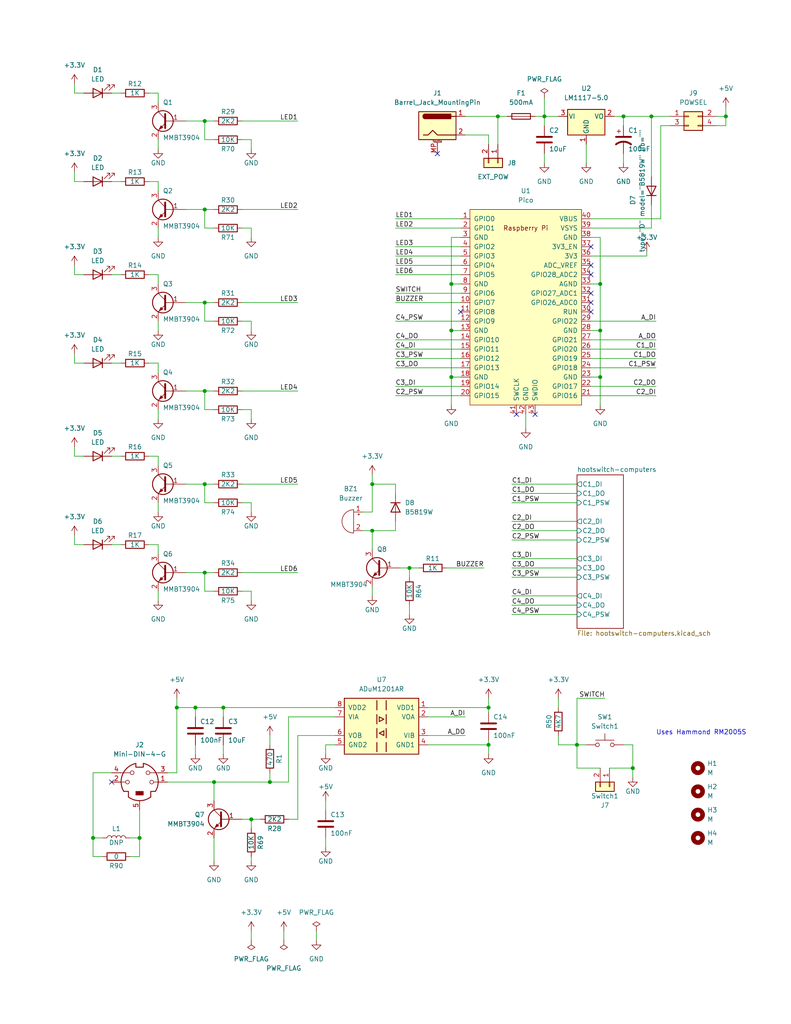
<source format=kicad_sch>
(kicad_sch (version 20211123) (generator eeschema)
  (paper "USLetter" portrait)
  (title_block (title "hootswitch"))
  (lib_symbols
    (symbol "Connector:Barrel_Jack_MountingPin" (pin_names hide)
      (property "Reference" "J" (at 0 5.334 0))
      (property "Value" "Barrel_Jack_MountingPin" (at 1.27 -6.35 0))
      (symbol "Barrel_Jack_MountingPin_1_1"
        (text "Mounting" (at 0 -4.191 0) (effects (font (size 0.381 0.381))))
        (pin passive line (at 7.62 2.54 180) (length 2.54) (name "~") (number "1"))
        (pin passive line (at 7.62 -2.54 180) (length 2.54) (name "~") (number "2"))
        (pin passive line (at 0 -7.62 90) (length 3.048) (name "MountPin") (number "MP"))
      )
    )
    (symbol "Connector_Generic:Conn_01x02" (pin_names (offset 1.016) hide)
      (property "Reference" "J" (at 0 2.54 0))
      (property "Value" "Conn_01x02" (at 0 -5.08 0))
      (symbol "Conn_01x02_1_1"
        (pin passive line (at -5.08 0 0) (length 3.81) (name "Pin_1") (number "1"))
        (pin passive line (at -5.08 -2.54 0) (length 3.81) (name "Pin_2") (number "2"))
      )
    )
    (symbol "Connector_Generic:Conn_02x02_Odd_Even" (pin_names (offset 1.016) hide)
      (property "Reference" "J" (at 1.27 2.54 0))
      (property "Value" "Conn_02x02_Odd_Even" (at 1.27 -5.08 0))
      (symbol "Conn_02x02_Odd_Even_1_1"
        (pin passive line (at -5.08 0 0) (length 3.81) (name "Pin_1") (number "1"))
        (pin passive line (at 7.62 0 180) (length 3.81) (name "Pin_2") (number "2"))
        (pin passive line (at -5.08 -2.54 0) (length 3.81) (name "Pin_3") (number "3"))
        (pin passive line (at 7.62 -2.54 180) (length 3.81) (name "Pin_4") (number "4"))
      )
    )
    (symbol "Device:Buzzer" (pin_names (offset 0.0254) hide)
      (property "Reference" "BZ" (at 3.81 1.27 0))
      (property "Value" "Buzzer" (at 3.81 -1.27 0))
      (symbol "Buzzer_1_1"
        (pin passive line (at -2.54 2.54 0) (length 2.54) (name "-") (number "1"))
        (pin passive line (at -2.54 -2.54 0) (length 2.54) (name "+") (number "2"))
      )
    )
    (symbol "Device:C" (pin_numbers hide) (pin_names (offset 0.254))
      (property "Reference" "C" (at 0.635 2.54 0))
      (property "Value" "C" (at 0.635 -2.54 0))
      (symbol "C_1_1"
        (pin passive line (at 0 3.81 270) (length 2.794) (name "~") (number "1"))
        (pin passive line (at 0 -3.81 90) (length 2.794) (name "~") (number "2"))
      )
    )
    (symbol "Device:C_Polarized_US" (pin_numbers hide) (pin_names (offset 0.254) hide)
      (property "Reference" "C" (at 0.635 2.54 0))
      (property "Value" "C_Polarized_US" (at 0.635 -2.54 0))
      (symbol "C_Polarized_US_1_1"
        (pin passive line (at 0 3.81 270) (length 2.794) (name "~") (number "1"))
        (pin passive line (at 0 -3.81 90) (length 3.302) (name "~") (number "2"))
      )
    )
    (symbol "Device:D" (pin_numbers hide) (pin_names (offset 1.016) hide)
      (property "Reference" "D" (at 0 2.54 0))
      (property "Value" "D" (at 0 -2.54 0))
      (symbol "D_1_1"
        (pin passive line (at -3.81 0 0) (length 2.54) (name "K") (number "1"))
        (pin passive line (at 3.81 0 180) (length 2.54) (name "A") (number "2"))
      )
    )
    (symbol "Device:Fuse" (pin_numbers hide) (pin_names (offset 0))
      (property "Reference" "F" (at 2.032 0 90))
      (property "Value" "Fuse" (at -1.905 0 90))
      (symbol "Fuse_1_1"
        (pin passive line (at 0 3.81 270) (length 1.27) (name "~") (number "1"))
        (pin passive line (at 0 -3.81 90) (length 1.27) (name "~") (number "2"))
      )
    )
    (symbol "Device:L" (pin_numbers hide) (pin_names (offset 1.016) hide)
      (property "Reference" "L" (at -1.27 0 90))
      (property "Value" "L" (at 1.905 0 90))
      (symbol "L_1_1"
        (pin passive line (at 0 3.81 270) (length 1.27) (name "1") (number "1"))
        (pin passive line (at 0 -3.81 90) (length 1.27) (name "2") (number "2"))
      )
    )
    (symbol "Device:LED" (pin_numbers hide) (pin_names (offset 1.016) hide)
      (property "Reference" "D" (at 0 2.54 0))
      (property "Value" "LED" (at 0 -2.54 0))
      (symbol "LED_1_1"
        (pin passive line (at -3.81 0 0) (length 2.54) (name "K") (number "1"))
        (pin passive line (at 3.81 0 180) (length 2.54) (name "A") (number "2"))
      )
    )
    (symbol "Device:R" (pin_numbers hide) (pin_names (offset 0))
      (property "Reference" "R" (at 2.032 0 90))
      (property "Value" "R" (at 0 0 90))
      (symbol "R_1_1"
        (pin passive line (at 0 3.81 270) (length 1.27) (name "~") (number "1"))
        (pin passive line (at 0 -3.81 90) (length 1.27) (name "~") (number "2"))
      )
    )
    (symbol "Isolator:ADuM1201AR" (pin_names (offset 1.016))
      (property "Reference" "U" (at -10.16 8.89 0))
      (property "Value" "ADuM1201AR" (at -2.032 8.89 0))
      (symbol "ADuM1201AR_1_1"
        (pin power_in line (at -12.7 5.08 0) (length 2.54) (name "VDD1") (number "1"))
        (pin output line (at -12.7 2.54 0) (length 2.54) (name "VOA") (number "2"))
        (pin input line (at -12.7 -2.54 0) (length 2.54) (name "VIB") (number "3"))
        (pin power_in line (at -12.7 -5.08 0) (length 2.54) (name "GND1") (number "4"))
        (pin power_in line (at 12.7 -5.08 180) (length 2.54) (name "GND2") (number "5"))
        (pin output line (at 12.7 -2.54 180) (length 2.54) (name "VOB") (number "6"))
        (pin input line (at 12.7 2.54 180) (length 2.54) (name "VIA") (number "7"))
        (pin power_in line (at 12.7 5.08 180) (length 2.54) (name "VDD2") (number "8"))
      )
    )
    (symbol "MCU_RaspberryPi_and_Boards:Pico" (pin_names (offset 1.016))
      (property "Reference" "U" (at -13.97 27.94 0))
      (property "Value" "Pico" (at 0 19.05 0))
      (symbol "Pico_0_0"
        (text "Raspberry Pi" (at 0 21.59 0) (effects (font (size 1.27 1.27))))
      )
      (symbol "Pico_1_1"
        (pin bidirectional line (at -17.78 24.13 0) (length 2.54) (name "GPIO0") (number "1"))
        (pin bidirectional line (at -17.78 1.27 0) (length 2.54) (name "GPIO7") (number "10"))
        (pin bidirectional line (at -17.78 -1.27 0) (length 2.54) (name "GPIO8") (number "11"))
        (pin bidirectional line (at -17.78 -3.81 0) (length 2.54) (name "GPIO9") (number "12"))
        (pin power_in line (at -17.78 -6.35 0) (length 2.54) (name "GND") (number "13"))
        (pin bidirectional line (at -17.78 -8.89 0) (length 2.54) (name "GPIO10") (number "14"))
        (pin bidirectional line (at -17.78 -11.43 0) (length 2.54) (name "GPIO11") (number "15"))
        (pin bidirectional line (at -17.78 -13.97 0) (length 2.54) (name "GPIO12") (number "16"))
        (pin bidirectional line (at -17.78 -16.51 0) (length 2.54) (name "GPIO13") (number "17"))
        (pin power_in line (at -17.78 -19.05 0) (length 2.54) (name "GND") (number "18"))
        (pin bidirectional line (at -17.78 -21.59 0) (length 2.54) (name "GPIO14") (number "19"))
        (pin bidirectional line (at -17.78 21.59 0) (length 2.54) (name "GPIO1") (number "2"))
        (pin bidirectional line (at -17.78 -24.13 0) (length 2.54) (name "GPIO15") (number "20"))
        (pin bidirectional line (at 17.78 -24.13 180) (length 2.54) (name "GPIO16") (number "21"))
        (pin bidirectional line (at 17.78 -21.59 180) (length 2.54) (name "GPIO17") (number "22"))
        (pin power_in line (at 17.78 -19.05 180) (length 2.54) (name "GND") (number "23"))
        (pin bidirectional line (at 17.78 -16.51 180) (length 2.54) (name "GPIO18") (number "24"))
        (pin bidirectional line (at 17.78 -13.97 180) (length 2.54) (name "GPIO19") (number "25"))
        (pin bidirectional line (at 17.78 -11.43 180) (length 2.54) (name "GPIO20") (number "26"))
        (pin bidirectional line (at 17.78 -8.89 180) (length 2.54) (name "GPIO21") (number "27"))
        (pin power_in line (at 17.78 -6.35 180) (length 2.54) (name "GND") (number "28"))
        (pin bidirectional line (at 17.78 -3.81 180) (length 2.54) (name "GPIO22") (number "29"))
        (pin power_in line (at -17.78 19.05 0) (length 2.54) (name "GND") (number "3"))
        (pin input line (at 17.78 -1.27 180) (length 2.54) (name "RUN") (number "30"))
        (pin bidirectional line (at 17.78 1.27 180) (length 2.54) (name "GPIO26_ADC0") (number "31"))
        (pin bidirectional line (at 17.78 3.81 180) (length 2.54) (name "GPIO27_ADC1") (number "32"))
        (pin power_in line (at 17.78 6.35 180) (length 2.54) (name "AGND") (number "33"))
        (pin bidirectional line (at 17.78 8.89 180) (length 2.54) (name "GPIO28_ADC2") (number "34"))
        (pin unspecified line (at 17.78 11.43 180) (length 2.54) (name "ADC_VREF") (number "35"))
        (pin unspecified line (at 17.78 13.97 180) (length 2.54) (name "3V3") (number "36"))
        (pin input line (at 17.78 16.51 180) (length 2.54) (name "3V3_EN") (number "37"))
        (pin bidirectional line (at 17.78 19.05 180) (length 2.54) (name "GND") (number "38"))
        (pin unspecified line (at 17.78 21.59 180) (length 2.54) (name "VSYS") (number "39"))
        (pin bidirectional line (at -17.78 16.51 0) (length 2.54) (name "GPIO2") (number "4"))
        (pin unspecified line (at 17.78 24.13 180) (length 2.54) (name "VBUS") (number "40"))
        (pin input line (at -2.54 -29.21 90) (length 2.54) (name "SWCLK") (number "41"))
        (pin power_in line (at 0 -29.21 90) (length 2.54) (name "GND") (number "42"))
        (pin bidirectional line (at 2.54 -29.21 90) (length 2.54) (name "SWDIO") (number "43"))
        (pin bidirectional line (at -17.78 13.97 0) (length 2.54) (name "GPIO3") (number "5"))
        (pin bidirectional line (at -17.78 11.43 0) (length 2.54) (name "GPIO4") (number "6"))
        (pin bidirectional line (at -17.78 8.89 0) (length 2.54) (name "GPIO5") (number "7"))
        (pin power_in line (at -17.78 6.35 0) (length 2.54) (name "GND") (number "8"))
        (pin bidirectional line (at -17.78 3.81 0) (length 2.54) (name "GPIO6") (number "9"))
      )
    )
    (symbol "Mechanical:MountingHole" (pin_names (offset 1.016))
      (property "Reference" "H" (at 0 5.08 0))
      (property "Value" "MountingHole" (at 0 3.175 0))
    )
    (symbol "Regulator_Linear:LM1117-5.0" (pin_names (offset 0.254))
      (property "Reference" "U" (at -3.81 3.175 0))
      (property "Value" "LM1117-5.0" (at 0 3.175 0))
      (symbol "LM1117-5.0_1_1"
        (pin power_in line (at 0 -7.62 90) (length 2.54) (name "GND") (number "1"))
        (pin power_out line (at 7.62 0 180) (length 2.54) (name "VO") (number "2"))
        (pin power_in line (at -7.62 0 0) (length 2.54) (name "VI") (number "3"))
      )
    )
    (symbol "Switch:SW_Push" (pin_numbers hide) (pin_names (offset 1.016) hide)
      (property "Reference" "SW" (at 1.27 2.54 0))
      (property "Value" "SW_Push" (at 0 -1.524 0))
      (symbol "SW_Push_0_1"
        (pin passive line (at -5.08 0 0) (length 2.54) (name "1") (number "1"))
        (pin passive line (at 5.08 0 180) (length 2.54) (name "2") (number "2"))
      )
    )
    (symbol "Transistor_BJT:MMBT3904" (pin_names (offset 0) hide)
      (property "Reference" "Q" (at 5.08 1.905 0))
      (property "Value" "MMBT3904" (at 5.08 0 0))
      (symbol "MMBT3904_1_1"
        (pin input line (at -5.08 0 0) (length 5.715) (name "B") (number "1"))
        (pin passive line (at 2.54 -5.08 90) (length 2.54) (name "E") (number "2"))
        (pin passive line (at 2.54 5.08 270) (length 2.54) (name "C") (number "3"))
      )
    )
    (symbol "hootswitch:Mini-DIN-4-G" (pin_names (offset 1.016))
      (property "Reference" "J" (at 0 8.89 0))
      (property "Value" "Mini-DIN-4-G" (at 0 6.35 0))
      (symbol "Mini-DIN-4-G_1_1"
        (pin passive line (at 7.62 0 180) (length 2.54) (name "~") (number "1"))
        (pin passive line (at -7.62 0 0) (length 2.54) (name "~") (number "2"))
        (pin passive line (at 7.62 2.54 180) (length 2.54) (name "~") (number "3"))
        (pin passive line (at -7.62 2.54 0) (length 2.54) (name "~") (number "4"))
        (pin passive line (at 0 -7.62 90) (length 2.54) (name "~") (number "5"))
      )
    )
    (symbol "power:+3.3V" (power) (pin_names (offset 0))
      (property "Value" "+3.3V" (at 0 3.556 0))
      (symbol "+3.3V_1_1"
        (pin power_in line (at 0 0 90) (length 0) hide (name "+3.3V") (number "1"))
      )
    )
    (symbol "power:+5V" (power) (pin_names (offset 0))
      (property "Value" "+5V" (at 0 3.556 0))
      (symbol "+5V_1_1"
        (pin power_in line (at 0 0 90) (length 0) hide (name "+5V") (number "1"))
      )
    )
    (symbol "power:GND" (power) (pin_names (offset 0))
      (property "Value" "GND" (at 0 -3.81 0))
      (symbol "GND_1_1"
        (pin power_in line (at 0 0 270) (length 0) hide (name "GND") (number "1"))
      )
    )
    (symbol "power:PWR_FLAG" (power) (pin_numbers hide) (pin_names (offset 0) hide)
      (property "Value" "PWR_FLAG" (at 0 3.81 0))
      (symbol "PWR_FLAG_0_0"
        (pin power_out line (at 0 0 90) (length 0) (name "pwr") (number "1"))
      )
    )
  )
  (junction (at 123.19 77.47))
  (junction (at 123.19 102.87))
  (junction (at 68.58 223.52))
  (junction (at 133.35 203.2))
  (junction (at 198.12 31.75))
  (junction (at 163.83 102.87))
  (junction (at 55.88 82.55))
  (junction (at 55.88 156.21))
  (junction (at 157.48 203.2))
  (junction (at 123.19 90.17))
  (junction (at 55.88 57.15))
  (junction (at 25.4 228.6))
  (junction (at 133.35 193.04))
  (junction (at 60.96 193.04))
  (junction (at 48.26 193.04))
  (junction (at 177.8 31.75))
  (junction (at 55.88 33.02))
  (junction (at 55.88 106.68))
  (junction (at 170.18 31.75))
  (junction (at 73.66 213.36))
  (junction (at 135.89 31.75))
  (junction (at 58.42 213.36))
  (junction (at 101.6 132.08))
  (junction (at 172.72 209.55))
  (junction (at 53.34 193.04))
  (junction (at 101.6 144.78))
  (junction (at 163.83 77.47))
  (junction (at 38.1 228.6))
  (junction (at 148.59 31.75))
  (junction (at 163.83 90.17))
  (junction (at 55.88 132.08))
  (junction (at 111.76 154.94))
  (no_connect (at 125.73 85.09))
  (no_connect (at 161.29 82.55))
  (no_connect (at 161.29 74.93))
  (no_connect (at 161.29 85.09))
  (no_connect (at 161.29 67.31))
  (no_connect (at 140.97 113.03))
  (no_connect (at 119.38 41.91))
  (no_connect (at 161.29 80.01))
  (no_connect (at 161.29 72.39))
  (no_connect (at 30.48 213.36))
  (no_connect (at 146.05 113.03))
  (wire (pts (xy 179.07 105.41) (xy 161.29 105.41)))
  (wire (pts (xy 161.29 87.63) (xy 179.07 87.63)))
  (wire (pts (xy 101.6 144.78) (xy 101.6 149.86)))
  (wire (pts (xy 123.19 64.77) (xy 123.19 77.47)))
  (wire (pts (xy 180.34 59.69) (xy 180.34 34.29)))
  (wire (pts (xy 66.04 87.63) (xy 68.58 87.63)))
  (wire (pts (xy 135.89 31.75) (xy 138.43 31.75)))
  (wire (pts (xy 91.44 203.2) (xy 88.9 203.2)))
  (wire (pts (xy 198.12 31.75) (xy 198.12 29.21)))
  (wire (pts (xy 139.7 142.24) (xy 157.48 142.24)))
  (wire (pts (xy 167.64 31.75) (xy 170.18 31.75)))
  (wire (pts (xy 40.64 99.06) (xy 43.18 99.06)))
  (wire (pts (xy 148.59 31.75) (xy 148.59 34.29)))
  (wire (pts (xy 30.48 148.59) (xy 33.02 148.59)))
  (wire (pts (xy 68.58 38.1) (xy 68.58 40.64)))
  (wire (pts (xy 48.26 190.5) (xy 48.26 193.04)))
  (wire (pts (xy 40.64 148.59) (xy 43.18 148.59)))
  (wire (pts (xy 180.34 34.29) (xy 182.88 34.29)))
  (wire (pts (xy 40.64 25.4) (xy 43.18 25.4)))
  (wire (pts (xy 55.88 57.15) (xy 55.88 62.23)))
  (wire (pts (xy 50.8 132.08) (xy 55.88 132.08)))
  (wire (pts (xy 135.89 39.37) (xy 135.89 31.75)))
  (wire (pts (xy 55.88 87.63) (xy 58.42 87.63)))
  (wire (pts (xy 73.66 213.36) (xy 78.74 213.36)))
  (wire (pts (xy 139.7 157.48) (xy 157.48 157.48)))
  (wire (pts (xy 133.35 203.2) (xy 133.35 205.74)))
  (wire (pts (xy 50.8 156.21) (xy 55.88 156.21)))
  (wire (pts (xy 43.18 111.76) (xy 43.18 114.3)))
  (wire (pts (xy 43.18 49.53) (xy 43.18 52.07)))
  (wire (pts (xy 172.72 209.55) (xy 172.72 212.09)))
  (wire (pts (xy 88.9 228.6) (xy 88.9 231.14)))
  (wire (pts (xy 55.88 156.21) (xy 55.88 161.29)))
  (wire (pts (xy 68.58 161.29) (xy 68.58 163.83)))
  (wire (pts (xy 148.59 26.67) (xy 148.59 31.75)))
  (wire (pts (xy 43.18 87.63) (xy 43.18 90.17)))
  (wire (pts (xy 172.72 203.2) (xy 172.72 209.55)))
  (wire (pts (xy 166.37 209.55) (xy 172.72 209.55)))
  (wire (pts (xy 20.32 72.39) (xy 20.32 74.93)))
  (wire (pts (xy 152.4 190.5) (xy 152.4 193.04)))
  (wire (pts (xy 68.58 111.76) (xy 68.58 114.3)))
  (wire (pts (xy 20.32 124.46) (xy 22.86 124.46)))
  (wire (pts (xy 53.34 195.58) (xy 53.34 193.04)))
  (wire (pts (xy 43.18 137.16) (xy 43.18 139.7)))
  (wire (pts (xy 43.18 74.93) (xy 43.18 77.47)))
  (wire (pts (xy 161.29 64.77) (xy 163.83 64.77)))
  (wire (pts (xy 53.34 193.04) (xy 48.26 193.04)))
  (wire (pts (xy 161.29 92.71) (xy 179.07 92.71)))
  (wire (pts (xy 195.58 34.29) (xy 198.12 34.29)))
  (wire (pts (xy 116.84 203.2) (xy 133.35 203.2)))
  (wire (pts (xy 123.19 90.17) (xy 123.19 102.87)))
  (wire (pts (xy 107.95 132.08) (xy 107.95 134.62)))
  (wire (pts (xy 139.7 154.94) (xy 157.48 154.94)))
  (wire (pts (xy 163.83 64.77) (xy 163.83 77.47)))
  (wire (pts (xy 68.58 223.52) (xy 68.58 226.06)))
  (wire (pts (xy 107.95 107.95) (xy 125.73 107.95)))
  (wire (pts (xy 81.28 200.66) (xy 91.44 200.66)))
  (wire (pts (xy 139.7 144.78) (xy 157.48 144.78)))
  (wire (pts (xy 60.96 193.04) (xy 91.44 193.04)))
  (wire (pts (xy 38.1 220.98) (xy 38.1 228.6)))
  (wire (pts (xy 177.8 62.23) (xy 177.8 55.88)))
  (wire (pts (xy 38.1 228.6) (xy 38.1 233.68)))
  (wire (pts (xy 27.94 233.68) (xy 25.4 233.68)))
  (wire (pts (xy 161.29 77.47) (xy 163.83 77.47)))
  (wire (pts (xy 125.73 64.77) (xy 123.19 64.77)))
  (wire (pts (xy 20.32 49.53) (xy 22.86 49.53)))
  (wire (pts (xy 170.18 203.2) (xy 172.72 203.2)))
  (wire (pts (xy 107.95 62.23) (xy 125.73 62.23)))
  (wire (pts (xy 107.95 80.01) (xy 125.73 80.01)))
  (wire (pts (xy 66.04 156.21) (xy 81.28 156.21)))
  (wire (pts (xy 53.34 193.04) (xy 60.96 193.04)))
  (wire (pts (xy 55.88 38.1) (xy 58.42 38.1)))
  (wire (pts (xy 143.51 113.03) (xy 143.51 116.84)))
  (wire (pts (xy 127 31.75) (xy 135.89 31.75)))
  (wire (pts (xy 107.95 87.63) (xy 125.73 87.63)))
  (wire (pts (xy 30.48 124.46) (xy 33.02 124.46)))
  (wire (pts (xy 121.92 154.94) (xy 132.08 154.94)))
  (wire (pts (xy 86.36 254) (xy 86.36 256.54)))
  (wire (pts (xy 107.95 144.78) (xy 107.95 142.24)))
  (wire (pts (xy 55.88 132.08) (xy 58.42 132.08)))
  (wire (pts (xy 40.64 124.46) (xy 43.18 124.46)))
  (wire (pts (xy 20.32 96.52) (xy 20.32 99.06)))
  (wire (pts (xy 101.6 132.08) (xy 107.95 132.08)))
  (wire (pts (xy 48.26 193.04) (xy 48.26 210.82)))
  (wire (pts (xy 55.88 156.21) (xy 58.42 156.21)))
  (wire (pts (xy 161.29 102.87) (xy 163.83 102.87)))
  (wire (pts (xy 20.32 74.93) (xy 22.86 74.93)))
  (wire (pts (xy 68.58 62.23) (xy 68.58 64.77)))
  (wire (pts (xy 66.04 62.23) (xy 68.58 62.23)))
  (wire (pts (xy 157.48 190.5) (xy 157.48 203.2)))
  (wire (pts (xy 161.29 69.85) (xy 176.53 69.85)))
  (wire (pts (xy 146.05 31.75) (xy 148.59 31.75)))
  (wire (pts (xy 139.7 132.08) (xy 157.48 132.08)))
  (wire (pts (xy 40.64 74.93) (xy 43.18 74.93)))
  (wire (pts (xy 55.88 33.02) (xy 55.88 38.1)))
  (wire (pts (xy 163.83 102.87) (xy 163.83 110.49)))
  (wire (pts (xy 107.95 59.69) (xy 125.73 59.69)))
  (wire (pts (xy 99.06 144.78) (xy 101.6 144.78)))
  (wire (pts (xy 66.04 33.02) (xy 81.28 33.02)))
  (wire (pts (xy 107.95 92.71) (xy 125.73 92.71)))
  (wire (pts (xy 170.18 31.75) (xy 177.8 31.75)))
  (wire (pts (xy 161.29 59.69) (xy 180.34 59.69)))
  (wire (pts (xy 88.9 218.44) (xy 88.9 220.98)))
  (wire (pts (xy 68.58 87.63) (xy 68.58 90.17)))
  (wire (pts (xy 111.76 165.1) (xy 111.76 167.64)))
  (wire (pts (xy 25.4 233.68) (xy 25.4 228.6)))
  (wire (pts (xy 20.32 146.05) (xy 20.32 148.59)))
  (wire (pts (xy 88.9 203.2) (xy 88.9 205.74)))
  (wire (pts (xy 43.18 124.46) (xy 43.18 127)))
  (wire (pts (xy 50.8 33.02) (xy 55.88 33.02)))
  (wire (pts (xy 179.07 100.33) (xy 161.29 100.33)))
  (wire (pts (xy 157.48 209.55) (xy 157.48 203.2)))
  (wire (pts (xy 66.04 106.68) (xy 81.28 106.68)))
  (wire (pts (xy 30.48 99.06) (xy 33.02 99.06)))
  (wire (pts (xy 139.7 134.62) (xy 157.48 134.62)))
  (wire (pts (xy 50.8 82.55) (xy 55.88 82.55)))
  (wire (pts (xy 123.19 90.17) (xy 125.73 90.17)))
  (wire (pts (xy 101.6 139.7) (xy 101.6 132.08)))
  (wire (pts (xy 55.88 111.76) (xy 58.42 111.76)))
  (wire (pts (xy 55.88 132.08) (xy 55.88 137.16)))
  (wire (pts (xy 78.74 195.58) (xy 78.74 213.36)))
  (wire (pts (xy 45.72 213.36) (xy 58.42 213.36)))
  (wire (pts (xy 40.64 49.53) (xy 43.18 49.53)))
  (wire (pts (xy 139.7 167.64) (xy 157.48 167.64)))
  (wire (pts (xy 45.72 210.82) (xy 48.26 210.82)))
  (wire (pts (xy 78.74 195.58) (xy 91.44 195.58)))
  (wire (pts (xy 66.04 111.76) (xy 68.58 111.76)))
  (wire (pts (xy 30.48 49.53) (xy 33.02 49.53)))
  (wire (pts (xy 55.88 82.55) (xy 55.88 87.63)))
  (wire (pts (xy 20.32 99.06) (xy 22.86 99.06)))
  (wire (pts (xy 107.95 100.33) (xy 125.73 100.33)))
  (wire (pts (xy 133.35 190.5) (xy 133.35 193.04)))
  (wire (pts (xy 43.18 62.23) (xy 43.18 64.77)))
  (wire (pts (xy 177.8 31.75) (xy 182.88 31.75)))
  (wire (pts (xy 148.59 31.75) (xy 152.4 31.75)))
  (wire (pts (xy 58.42 213.36) (xy 73.66 213.36)))
  (wire (pts (xy 161.29 90.17) (xy 163.83 90.17)))
  (wire (pts (xy 58.42 228.6) (xy 58.42 234.95)))
  (wire (pts (xy 107.95 74.93) (xy 125.73 74.93)))
  (wire (pts (xy 133.35 201.93) (xy 133.35 203.2)))
  (wire (pts (xy 107.95 97.79) (xy 125.73 97.79)))
  (wire (pts (xy 68.58 137.16) (xy 68.58 139.7)))
  (wire (pts (xy 177.8 31.75) (xy 177.8 48.26)))
  (wire (pts (xy 25.4 210.82) (xy 25.4 228.6)))
  (wire (pts (xy 139.7 137.16) (xy 157.48 137.16)))
  (wire (pts (xy 68.58 233.68) (xy 68.58 234.95)))
  (wire (pts (xy 30.48 74.93) (xy 33.02 74.93)))
  (wire (pts (xy 60.96 193.04) (xy 60.96 195.58)))
  (wire (pts (xy 198.12 34.29) (xy 198.12 31.75)))
  (wire (pts (xy 157.48 203.2) (xy 160.02 203.2)))
  (wire (pts (xy 66.04 223.52) (xy 68.58 223.52)))
  (wire (pts (xy 78.74 223.52) (xy 81.28 223.52)))
  (wire (pts (xy 139.7 152.4) (xy 157.48 152.4)))
  (wire (pts (xy 66.04 137.16) (xy 68.58 137.16)))
  (wire (pts (xy 55.88 57.15) (xy 58.42 57.15)))
  (wire (pts (xy 20.32 46.99) (xy 20.32 49.53)))
  (wire (pts (xy 66.04 132.08) (xy 81.28 132.08)))
  (wire (pts (xy 107.95 67.31) (xy 125.73 67.31)))
  (wire (pts (xy 66.04 82.55) (xy 81.28 82.55)))
  (wire (pts (xy 160.02 39.37) (xy 160.02 44.45)))
  (wire (pts (xy 163.83 209.55) (xy 157.48 209.55)))
  (wire (pts (xy 161.29 62.23) (xy 177.8 62.23)))
  (wire (pts (xy 20.32 121.92) (xy 20.32 124.46)))
  (wire (pts (xy 107.95 105.41) (xy 125.73 105.41)))
  (wire (pts (xy 43.18 38.1) (xy 43.18 40.64)))
  (wire (pts (xy 116.84 193.04) (xy 133.35 193.04)))
  (wire (pts (xy 111.76 154.94) (xy 111.76 157.48)))
  (wire (pts (xy 170.18 31.75) (xy 170.18 34.29)))
  (wire (pts (xy 163.83 77.47) (xy 163.83 90.17)))
  (wire (pts (xy 123.19 77.47) (xy 123.19 90.17)))
  (wire (pts (xy 152.4 203.2) (xy 157.48 203.2)))
  (wire (pts (xy 20.32 22.86) (xy 20.32 25.4)))
  (wire (pts (xy 123.19 102.87) (xy 123.19 110.49)))
  (wire (pts (xy 20.32 25.4) (xy 22.86 25.4)))
  (wire (pts (xy 139.7 147.32) (xy 157.48 147.32)))
  (wire (pts (xy 116.84 200.66) (xy 127 200.66)))
  (wire (pts (xy 77.47 254) (xy 77.47 256.54)))
  (wire (pts (xy 53.34 203.2) (xy 53.34 205.74)))
  (wire (pts (xy 123.19 77.47) (xy 125.73 77.47)))
  (wire (pts (xy 55.88 33.02) (xy 58.42 33.02)))
  (wire (pts (xy 133.35 193.04) (xy 133.35 194.31)))
  (wire (pts (xy 116.84 195.58) (xy 127 195.58)))
  (wire (pts (xy 139.7 165.1) (xy 157.48 165.1)))
  (wire (pts (xy 101.6 144.78) (xy 107.95 144.78)))
  (wire (pts (xy 139.7 162.56) (xy 157.48 162.56)))
  (wire (pts (xy 107.95 69.85) (xy 125.73 69.85)))
  (wire (pts (xy 111.76 154.94) (xy 114.3 154.94)))
  (wire (pts (xy 176.53 69.85) (xy 176.53 68.58)))
  (wire (pts (xy 179.07 97.79) (xy 161.29 97.79)))
  (wire (pts (xy 148.59 41.91) (xy 148.59 44.45)))
  (wire (pts (xy 152.4 200.66) (xy 152.4 203.2)))
  (wire (pts (xy 101.6 160.02) (xy 101.6 162.56)))
  (wire (pts (xy 60.96 203.2) (xy 60.96 205.74)))
  (wire (pts (xy 73.66 200.66) (xy 73.66 203.2)))
  (wire (pts (xy 81.28 223.52) (xy 81.28 200.66)))
  (wire (pts (xy 55.88 161.29) (xy 58.42 161.29)))
  (wire (pts (xy 55.88 82.55) (xy 58.42 82.55)))
  (wire (pts (xy 43.18 99.06) (xy 43.18 101.6)))
  (wire (pts (xy 179.07 95.25) (xy 161.29 95.25)))
  (wire (pts (xy 107.95 82.55) (xy 125.73 82.55)))
  (wire (pts (xy 107.95 72.39) (xy 125.73 72.39)))
  (wire (pts (xy 68.58 254) (xy 68.58 256.54)))
  (wire (pts (xy 179.07 107.95) (xy 161.29 107.95)))
  (wire (pts (xy 25.4 210.82) (xy 30.48 210.82)))
  (wire (pts (xy 133.35 36.83) (xy 133.35 39.37)))
  (wire (pts (xy 163.83 90.17) (xy 163.83 102.87)))
  (wire (pts (xy 55.88 106.68) (xy 55.88 111.76)))
  (wire (pts (xy 73.66 210.82) (xy 73.66 213.36)))
  (wire (pts (xy 66.04 161.29) (xy 68.58 161.29)))
  (wire (pts (xy 50.8 57.15) (xy 55.88 57.15)))
  (wire (pts (xy 58.42 218.44) (xy 58.42 213.36)))
  (wire (pts (xy 43.18 161.29) (xy 43.18 163.83)))
  (wire (pts (xy 20.32 148.59) (xy 22.86 148.59)))
  (wire (pts (xy 107.95 95.25) (xy 125.73 95.25)))
  (wire (pts (xy 170.18 41.91) (xy 170.18 44.45)))
  (wire (pts (xy 101.6 129.54) (xy 101.6 132.08)))
  (wire (pts (xy 68.58 223.52) (xy 71.12 223.52)))
  (wire (pts (xy 99.06 139.7) (xy 101.6 139.7)))
  (wire (pts (xy 55.88 137.16) (xy 58.42 137.16)))
  (wire (pts (xy 38.1 233.68) (xy 35.56 233.68)))
  (wire (pts (xy 55.88 106.68) (xy 58.42 106.68)))
  (wire (pts (xy 66.04 57.15) (xy 81.28 57.15)))
  (wire (pts (xy 55.88 62.23) (xy 58.42 62.23)))
  (wire (pts (xy 127 36.83) (xy 133.35 36.83)))
  (wire (pts (xy 66.04 38.1) (xy 68.58 38.1)))
  (wire (pts (xy 123.19 102.87) (xy 125.73 102.87)))
  (wire (pts (xy 157.48 190.5) (xy 165.1 190.5)))
  (wire (pts (xy 50.8 106.68) (xy 55.88 106.68)))
  (wire (pts (xy 43.18 25.4) (xy 43.18 27.94)))
  (wire (pts (xy 30.48 25.4) (xy 33.02 25.4)))
  (wire (pts (xy 25.4 228.6) (xy 27.94 228.6)))
  (wire (pts (xy 38.1 228.6) (xy 35.56 228.6)))
  (wire (pts (xy 43.18 148.59) (xy 43.18 151.13)))
  (wire (pts (xy 109.22 154.94) (xy 111.76 154.94)))
  (wire (pts (xy 195.58 31.75) (xy 198.12 31.75)))
  (text "Uses Hammond RM2005S" (at 179.07 200.66 0) (effects (font (size 1.27 1.27)) (justify left bottom)))
  (label "C3_DO" (at 107.95 100.33 0))
  (label "A_DO" (at 179.07 92.71 180))
  (label "C3_PSW" (at 139.7 157.48 0))
  (label "C1_DI" (at 179.07 95.25 180))
  (label "C2_PSW" (at 107.95 107.95 0))
  (label "C3_DI" (at 139.7 152.4 0))
  (label "LED2" (at 107.95 62.23 0))
  (label "LED3" (at 107.95 67.31 0))
  (label "LED4" (at 81.28 106.68 180))
  (label "A_DO" (at 127 200.66 180))
  (label "LED5" (at 107.95 72.39 0))
  (label "C1_DO" (at 139.7 134.62 0))
  (label "C4_PSW" (at 107.95 87.63 0))
  (label "LED1" (at 81.28 33.02 180))
  (label "BUZZER" (at 107.95 82.55 0))
  (label "C2_DI" (at 179.07 107.95 180))
  (label "C1_PSW" (at 139.7 137.16 0))
  (label "BUZZER" (at 132.08 154.94 180))
  (label "C2_PSW" (at 139.7 147.32 0))
  (label "C3_DI" (at 107.95 105.41 0))
  (label "C4_DI" (at 107.95 95.25 0))
  (label "C1_DO" (at 179.07 97.79 180))
  (label "C4_DO" (at 139.7 165.1 0))
  (label "C4_PSW" (at 139.7 167.64 0))
  (label "C4_DI" (at 139.7 162.56 0))
  (label "C3_DO" (at 139.7 154.94 0))
  (label "LED3" (at 81.28 82.55 180))
  (label "LED4" (at 107.95 69.85 0))
  (label "SWITCH" (at 107.95 80.01 0))
  (label "C1_DI" (at 139.7 132.08 0))
  (label "A_DI" (at 127 195.58 180))
  (label "C4_DO" (at 107.95 92.71 0))
  (label "C2_DO" (at 139.7 144.78 0))
  (label "SWITCH" (at 165.1 190.5 180))
  (label "LED1" (at 107.95 59.69 0))
  (label "C3_PSW" (at 107.95 97.79 0))
  (label "A_DI" (at 179.07 87.63 180))
  (label "LED6" (at 81.28 156.21 180))
  (label "LED6" (at 107.95 74.93 0))
  (label "C2_DO" (at 179.07 105.41 180))
  (label "C2_DI" (at 139.7 142.24 0))
  (label "C1_PSW" (at 179.07 100.33 180))
  (label "LED5" (at 81.28 132.08 180))
  (label "LED2" (at 81.28 57.15 180))
  (symbol (lib_id "Device:R") (at 36.83 148.59 90) (unit 1)
    (property "Reference" "R17" (at 36.83 146.05 90))
    (property "Value" "1K" (at 36.83 148.59 90))
    (property "Footprint" "Resistor_SMD:R_0603_1608Metric" (effects hide))
  )
  (symbol (lib_id "Device:D") (at 177.8 52.07 90) (unit 1)
    (property "Reference" "D7" (at 172.72 54.61 0))
    (property "Value" "B5819W" (at 175.26 52.07 0))
    (property "Footprint" "Diode_SMD:D_SOD-123" (effects hide))
    (property "Spice_Netlist_Enabled" "Y" (effects hide))
    (property "Spice_Primitive" "D" (effects hide))
  )
  (symbol (lib_id "power:+3.3V") (at 20.32 96.52 0) (unit 1)
    (property "Reference" "#PWR0105" (effects hide))
    (property "Value" "+3.3V" (at 20.32 91.44 0))
  )
  (symbol (lib_id "Device:LED") (at 26.67 99.06 180) (unit 1)
    (property "Reference" "D4" (at 26.67 92.71 0))
    (property "Value" "LED" (at 26.67 95.25 0))
    (property "Footprint" "LED_SMD:LED_0805_2012Metric" (effects hide))
  )
  (symbol (lib_id "power:GND") (at 58.42 234.95 0) (unit 1)
    (property "Reference" "#PWR0120" (effects hide))
    (property "Value" "GND" (at 58.42 240.03 0))
  )
  (symbol (lib_id "Connector_Generic:Conn_02x02_Odd_Even") (at 187.96 31.75 0) (unit 1)
    (property "Reference" "J9" (at 189.23 25.4 0))
    (property "Value" "POWSEL" (at 189.23 27.94 0))
    (property "Footprint" "Connector_PinHeader_2.54mm:PinHeader_2x02_P2.54mm_Vertical" (effects hide))
  )
  (symbol (lib_id "power:+5V") (at 77.47 254 0) (unit 1)
    (property "Reference" "#PWR0122" (effects hide))
    (property "Value" "+5V" (at 77.47 248.92 0))
  )
  (symbol (lib_id "power:GND") (at 68.58 139.7 0) (unit 1)
    (property "Reference" "#PWR0114" (effects hide))
    (property "Value" "GND" (at 68.58 143.51 0))
  )
  (symbol (lib_id "Device:C") (at 133.35 198.12 0) (unit 1)
    (property "Reference" "C14" (at 134.62 195.58 0) (effects (justify left)))
    (property "Value" "100nF" (at 134.62 200.66 0) (effects (justify left)))
    (property "Footprint" "Capacitor_SMD:C_0603_1608Metric" (effects hide))
  )
  (symbol (lib_id "power:GND") (at 143.51 116.84 0) (unit 1)
    (property "Reference" "#PWR0127" (effects hide))
    (property "Value" "GND" (at 143.51 121.92 0))
  )
  (symbol (lib_id "power:GND") (at 68.58 90.17 0) (unit 1)
    (property "Reference" "#PWR0106" (effects hide))
    (property "Value" "GND" (at 68.58 93.98 0))
  )
  (symbol (lib_id "power:GND") (at 148.59 44.45 0) (unit 1)
    (property "Reference" "#PWR0124" (effects hide))
    (property "Value" "GND" (at 148.59 49.53 0))
  )
  (symbol (lib_id "power:+3.3V") (at 20.32 121.92 0) (unit 1)
    (property "Reference" "#PWR0111" (effects hide))
    (property "Value" "+3.3V" (at 20.32 116.84 0))
  )
  (symbol (lib_id "power:GND") (at 68.58 163.83 0) (unit 1)
    (property "Reference" "#PWR0115" (effects hide))
    (property "Value" "GND" (at 68.58 168.91 0))
  )
  (symbol (lib_id "Device:LED") (at 26.67 25.4 180) (unit 1)
    (property "Reference" "D1" (at 26.67 19.05 0))
    (property "Value" "LED" (at 26.67 21.59 0))
    (property "Footprint" "LED_SMD:LED_0805_2012Metric" (effects hide))
  )
  (symbol (lib_id "Device:R") (at 62.23 57.15 90) (unit 1)
    (property "Reference" "R30" (at 62.23 54.61 90))
    (property "Value" "2K2" (at 62.23 57.15 90))
    (property "Footprint" "Resistor_SMD:R_0603_1608Metric" (effects hide))
  )
  (symbol (lib_id "Switch:SW_Push") (at 165.1 203.2 0) (unit 1)
    (property "Reference" "SW1" (at 165.1 195.58 0))
    (property "Value" "Switch1" (at 165.1 198.12 0))
    (property "Footprint" "Button_Switch_THT:SW_SPST_Omron_B3F-315x_Angled" (effects hide))
  )
  (symbol (lib_id "power:GND") (at 43.18 163.83 0) (unit 1)
    (property "Reference" "#PWR0116" (effects hide))
    (property "Value" "GND" (at 43.18 168.91 0))
  )
  (symbol (lib_id "power:GND") (at 163.83 110.49 0) (unit 1)
    (property "Reference" "#PWR0126" (effects hide))
    (property "Value" "GND" (at 163.83 115.57 0))
  )
  (symbol (lib_id "Device:R") (at 111.76 161.29 0) (unit 1)
    (property "Reference" "R64" (at 114.3 161.29 90))
    (property "Value" "10K" (at 111.76 161.29 90))
    (property "Footprint" "Resistor_SMD:R_0603_1608Metric" (effects hide))
  )
  (symbol (lib_id "power:GND") (at 68.58 114.3 0) (unit 1)
    (property "Reference" "#PWR0118" (effects hide))
    (property "Value" "GND" (at 68.58 119.38 0))
  )
  (symbol (lib_id "MCU_RaspberryPi_and_Boards:Pico") (at 143.51 83.82 0) (unit 1)
    (property "Reference" "U1" (at 143.51 52.07 0))
    (property "Value" "Pico" (at 143.51 54.61 0))
    (property "Footprint" "MCU_RaspberryPi_and_Boards:RPi_Pico_SMD_TH" (effects hide))
  )
  (symbol (lib_id "Device:D") (at 107.95 138.43 270) (unit 1)
    (property "Reference" "D8" (at 110.49 137.1599 90) (effects (justify left)))
    (property "Value" "B5819W" (at 110.49 139.6999 90) (effects (justify left)))
    (property "Footprint" "Diode_SMD:D_SOD-123" (effects hide))
  )
  (symbol (lib_id "Device:C") (at 53.34 199.39 0) (unit 1)
    (property "Reference" "C12" (at 54.61 196.85 0) (effects (justify left)))
    (property "Value" "100nF" (at 54.61 201.93 0) (effects (justify left)))
    (property "Footprint" "Capacitor_SMD:C_0603_1608Metric" (effects hide))
  )
  (symbol (lib_id "Connector_Generic:Conn_01x02") (at 166.37 214.63 270) (unit 1)
    (property "Reference" "J7" (at 165.1 219.71 90))
    (property "Value" "Switch1" (at 165.1 217.17 90))
    (property "Footprint" "Connector_PinHeader_2.54mm:PinHeader_1x02_P2.54mm_Vertical" (effects hide))
  )
  (symbol (lib_id "Mechanical:MountingHole") (at 190.5 222.25 0) (unit 1)
    (property "Reference" "H3" (at 193.04 220.9799 0) (effects (justify left)))
    (property "Value" "M" (at 193.04 223.5199 0) (effects (justify left)))
    (property "Footprint" "MountingHole:MountingHole_2.7mm_M2.5" (effects hide))
  )
  (symbol (lib_id "power:+5V") (at 48.26 190.5 0) (unit 1)
    (property "Reference" "#PWR0123" (effects hide))
    (property "Value" "+5V" (at 48.26 185.42 0))
  )
  (symbol (lib_id "Device:C") (at 88.9 224.79 0) (unit 1)
    (property "Reference" "C13" (at 90.17 222.25 0) (effects (justify left)))
    (property "Value" "100nF" (at 90.17 227.33 0) (effects (justify left)))
    (property "Footprint" "Capacitor_SMD:C_0603_1608Metric" (effects hide))
  )
  (symbol (lib_id "power:GND") (at 88.9 231.14 0) (unit 1)
    (property "Reference" "#PWR0153" (effects hide))
    (property "Value" "GND" (at 88.9 234.95 0))
  )
  (symbol (lib_id "Device:LED") (at 26.67 148.59 180) (unit 1)
    (property "Reference" "D6" (at 26.67 142.24 0))
    (property "Value" "LED" (at 26.67 144.78 0))
    (property "Footprint" "LED_SMD:LED_0805_2012Metric" (effects hide))
  )
  (symbol (lib_id "Device:C") (at 148.59 38.1 0) (unit 1)
    (property "Reference" "C2" (at 149.86 35.56 0) (effects (justify left)))
    (property "Value" "10uF" (at 149.86 40.64 0) (effects (justify left)))
    (property "Footprint" "Capacitor_SMD:C_0805_2012Metric" (effects hide))
  )
  (symbol (lib_id "Device:R") (at 36.83 99.06 90) (unit 1)
    (property "Reference" "R15" (at 36.83 96.52 90))
    (property "Value" "1K" (at 36.83 99.06 90))
    (property "Footprint" "Resistor_SMD:R_0603_1608Metric" (effects hide))
  )
  (symbol (lib_id "power:+3.3V") (at 20.32 22.86 0) (unit 1)
    (property "Reference" "#PWR0102" (effects hide))
    (property "Value" "+3.3V" (at 20.32 17.78 0))
  )
  (symbol (lib_id "Device:R") (at 36.83 124.46 90) (unit 1)
    (property "Reference" "R16" (at 36.83 121.92 90))
    (property "Value" "1K" (at 36.83 124.46 90))
    (property "Footprint" "Resistor_SMD:R_0603_1608Metric" (effects hide))
  )
  (symbol (lib_id "Device:R") (at 62.23 161.29 270) (unit 1)
    (property "Reference" "R75" (at 62.23 163.83 90))
    (property "Value" "10K" (at 62.23 161.29 90))
    (property "Footprint" "Resistor_SMD:R_0603_1608Metric" (effects hide))
  )
  (symbol (lib_id "power:+3.3V") (at 152.4 190.5 0) (unit 1)
    (property "Reference" "#PWR0132" (effects hide))
    (property "Value" "+3.3V" (at 152.4 185.42 0))
  )
  (symbol (lib_id "hootswitch:Mini-DIN-4-G") (at 38.1 213.36 0) (unit 1)
    (property "Reference" "J2" (at 38.1177 203.2 0))
    (property "Value" "Mini-DIN-4-G" (at 38.1177 205.74 0))
    (property "Footprint" "hootswitch:5749181-1" (effects hide))
    (property "Datasheet" "http://service.powerdynamics.com/ec/Catalog17/Section%2011.pdf" (effects hide))
  )
  (symbol (lib_id "Device:R") (at 62.23 33.02 90) (unit 1)
    (property "Reference" "R29" (at 62.23 30.48 90))
    (property "Value" "2K2" (at 62.23 33.02 90))
    (property "Footprint" "Resistor_SMD:R_0603_1608Metric" (effects hide))
  )
  (symbol (lib_id "power:GND") (at 68.58 234.95 0) (unit 1)
    (property "Reference" "#PWR0121" (effects hide))
    (property "Value" "GND" (at 68.58 240.03 0))
  )
  (symbol (lib_id "Device:R") (at 152.4 196.85 180) (unit 1)
    (property "Reference" "R50" (at 149.86 196.85 90))
    (property "Value" "4K7" (at 152.4 196.85 90))
    (property "Footprint" "Resistor_SMD:R_0603_1608Metric" (effects hide))
  )
  (symbol (lib_id "power:GND") (at 68.58 40.64 0) (unit 1)
    (property "Reference" "#PWR0113" (effects hide))
    (property "Value" "GND" (at 68.58 44.45 0))
  )
  (symbol (lib_id "Device:R") (at 36.83 74.93 90) (unit 1)
    (property "Reference" "R14" (at 36.83 72.39 90))
    (property "Value" "1K" (at 36.83 74.93 90))
    (property "Footprint" "Resistor_SMD:R_0603_1608Metric" (effects hide))
  )
  (symbol (lib_id "Device:Buzzer") (at 96.52 142.24 0) (mirror y) (unit 1)
    (property "Reference" "BZ1" (at 95.758 133.35 0))
    (property "Value" "Buzzer" (at 95.758 135.89 0))
    (property "Footprint" "Buzzer_Beeper:Buzzer_12x9.5RM7.6" (effects hide))
  )
  (symbol (lib_id "power:GND") (at 111.76 167.64 0) (unit 1)
    (property "Reference" "#PWR0160" (effects hide))
    (property "Value" "GND" (at 111.76 171.45 0))
  )
  (symbol (lib_id "power:+5V") (at 88.9 218.44 0) (unit 1)
    (property "Reference" "#PWR0154" (effects hide))
    (property "Value" "+5V" (at 88.9 214.63 0))
  )
  (symbol (lib_id "Device:R") (at 62.23 156.21 90) (unit 1)
    (property "Reference" "R34" (at 62.23 153.67 90))
    (property "Value" "2K2" (at 62.23 156.21 90))
    (property "Footprint" "Resistor_SMD:R_0603_1608Metric" (effects hide))
  )
  (symbol (lib_id "Device:R") (at 62.23 137.16 270) (unit 1)
    (property "Reference" "R74" (at 62.23 139.7 90))
    (property "Value" "10K" (at 62.23 137.16 90))
    (property "Footprint" "Resistor_SMD:R_0603_1608Metric" (effects hide))
  )
  (symbol (lib_id "Device:R") (at 118.11 154.94 90) (unit 1)
    (property "Reference" "R11" (at 118.11 152.4 90))
    (property "Value" "1K" (at 118.11 154.94 90))
    (property "Footprint" "Resistor_SMD:R_0603_1608Metric" (effects hide))
  )
  (symbol (lib_id "Device:LED") (at 26.67 124.46 180) (unit 1)
    (property "Reference" "D5" (at 26.67 118.11 0))
    (property "Value" "LED" (at 26.67 120.65 0))
    (property "Footprint" "LED_SMD:LED_0805_2012Metric" (effects hide))
  )
  (symbol (lib_id "power:GND") (at 101.6 162.56 0) (unit 1)
    (property "Reference" "#PWR0130" (effects hide))
    (property "Value" "GND" (at 101.6 166.37 0))
  )
  (symbol (lib_id "power:PWR_FLAG") (at 77.47 256.54 180) (unit 1)
    (property "Reference" "#FLG0111" (effects hide))
    (property "Value" "PWR_FLAG" (at 77.47 264.16 0))
  )
  (symbol (lib_id "power:GND") (at 86.36 256.54 0) (unit 1)
    (property "Reference" "#PWR0156" (effects hide))
    (property "Value" "GND" (at 86.36 261.62 0))
  )
  (symbol (lib_id "power:+3.3V") (at 101.6 129.54 0) (unit 1)
    (property "Reference" "#PWR0131" (effects hide))
    (property "Value" "+3.3V" (at 101.6 124.46 0))
  )
  (symbol (lib_id "Transistor_BJT:MMBT3904") (at 45.72 106.68 0) (mirror y) (unit 1)
    (property "Reference" "Q4" (at 44.45 101.6 0) (effects (justify right)))
    (property "Value" "MMBT3904" (at 44.45 110.49 0) (effects (justify right top)))
    (property "Footprint" "Package_TO_SOT_SMD:SOT-23" (effects hide))
    (property "Datasheet" "https://www.onsemi.com/pub/Collateral/2N3903-D.PDF" (effects hide))
  )
  (symbol (lib_id "power:GND") (at 133.35 205.74 0) (unit 1)
    (property "Reference" "#PWR0147" (effects hide))
    (property "Value" "GND" (at 133.35 210.82 0))
  )
  (symbol (lib_id "Device:Fuse") (at 142.24 31.75 90) (unit 1)
    (property "Reference" "F1" (at 142.24 25.4 90))
    (property "Value" "500mA" (at 142.24 27.94 90))
    (property "Footprint" "Fuse:Fuse_Littelfuse_372_D8.50mm" (effects hide))
  )
  (symbol (lib_id "power:+3.3V") (at 133.35 190.5 0) (unit 1)
    (property "Reference" "#PWR0146" (effects hide))
    (property "Value" "+3.3V" (at 133.35 185.42 0))
  )
  (symbol (lib_id "Transistor_BJT:MMBT3904") (at 45.72 156.21 0) (mirror y) (unit 1)
    (property "Reference" "Q6" (at 44.45 151.13 0) (effects (justify right)))
    (property "Value" "MMBT3904" (at 44.45 160.02 0) (effects (justify right top)))
    (property "Footprint" "Package_TO_SOT_SMD:SOT-23" (effects hide))
    (property "Datasheet" "https://www.onsemi.com/pub/Collateral/2N3903-D.PDF" (effects hide))
  )
  (symbol (lib_id "power:GND") (at 43.18 40.64 0) (unit 1)
    (property "Reference" "#PWR0112" (effects hide))
    (property "Value" "GND" (at 43.18 44.45 0))
  )
  (symbol (lib_id "Device:C") (at 60.96 199.39 0) (unit 1)
    (property "Reference" "C3" (at 62.23 196.85 0) (effects (justify left)))
    (property "Value" "10uF" (at 62.23 201.93 0) (effects (justify left)))
    (property "Footprint" "Capacitor_SMD:C_0805_2012Metric" (effects hide))
  )
  (symbol (lib_id "Transistor_BJT:MMBT3904") (at 45.72 33.02 0) (mirror y) (unit 1)
    (property "Reference" "Q1" (at 44.45 27.94 0) (effects (justify right)))
    (property "Value" "MMBT3904" (at 44.45 36.83 0) (effects (justify right top)))
    (property "Footprint" "Package_TO_SOT_SMD:SOT-23" (effects hide))
    (property "Datasheet" "https://www.onsemi.com/pub/Collateral/2N3903-D.PDF" (effects hide))
  )
  (symbol (lib_id "power:GND") (at 53.34 205.74 0) (unit 1)
    (property "Reference" "#PWR01" (effects hide))
    (property "Value" "GND" (at 53.34 209.55 0))
  )
  (symbol (lib_id "power:GND") (at 68.58 64.77 0) (unit 1)
    (property "Reference" "#PWR0109" (effects hide))
    (property "Value" "GND" (at 68.58 69.85 0))
  )
  (symbol (lib_id "power:GND") (at 43.18 139.7 0) (unit 1)
    (property "Reference" "#PWR0117" (effects hide))
    (property "Value" "GND" (at 43.18 143.51 0))
  )
  (symbol (lib_id "power:PWR_FLAG") (at 68.58 256.54 180) (unit 1)
    (property "Reference" "#FLG0101" (effects hide))
    (property "Value" "PWR_FLAG" (at 68.58 261.62 0))
  )
  (symbol (lib_id "power:+3.3V") (at 176.53 68.58 0) (unit 1)
    (property "Reference" "#PWR0125" (effects hide))
    (property "Value" "+3.3V" (at 176.53 64.77 0))
  )
  (symbol (lib_id "Device:R") (at 31.75 233.68 90) (unit 1)
    (property "Reference" "R90" (at 31.75 236.22 90))
    (property "Value" "0" (at 31.75 233.68 90))
    (property "Footprint" "Resistor_SMD:R_0603_1608Metric" (effects hide))
  )
  (symbol (lib_id "Device:R") (at 74.93 223.52 270) (unit 1)
    (property "Reference" "R28" (at 74.93 226.06 90))
    (property "Value" "2K2" (at 74.93 223.52 90))
    (property "Footprint" "Resistor_SMD:R_0603_1608Metric" (effects hide))
  )
  (symbol (lib_id "Device:R") (at 36.83 25.4 90) (unit 1)
    (property "Reference" "R12" (at 36.83 22.86 90))
    (property "Value" "1K" (at 36.83 25.4 90))
    (property "Footprint" "Resistor_SMD:R_0603_1608Metric" (effects hide))
  )
  (symbol (lib_id "power:+3.3V") (at 20.32 46.99 0) (unit 1)
    (property "Reference" "#PWR0104" (effects hide))
    (property "Value" "+3.3V" (at 20.32 41.91 0))
  )
  (symbol (lib_id "Device:LED") (at 26.67 49.53 180) (unit 1)
    (property "Reference" "D2" (at 26.67 43.18 0))
    (property "Value" "LED" (at 26.67 45.72 0))
    (property "Footprint" "LED_SMD:LED_0805_2012Metric" (effects hide))
  )
  (symbol (lib_id "power:GND") (at 43.18 64.77 0) (unit 1)
    (property "Reference" "#PWR0108" (effects hide))
    (property "Value" "GND" (at 43.18 69.85 0))
  )
  (symbol (lib_id "Device:C_Polarized_US") (at 170.18 38.1 0) (unit 1)
    (property "Reference" "C1" (at 171.45 35.56 0) (effects (justify left)))
    (property "Value" "100uF" (at 171.45 40.64 0) (effects (justify left)))
    (property "Footprint" "Capacitor_THT:CP_Radial_D6.3mm_P2.50mm" (effects hide))
  )
  (symbol (lib_id "power:GND") (at 43.18 90.17 0) (unit 1)
    (property "Reference" "#PWR0107" (effects hide))
    (property "Value" "GND" (at 43.18 93.98 0))
  )
  (symbol (lib_id "Device:R") (at 62.23 62.23 270) (unit 1)
    (property "Reference" "R71" (at 62.23 64.77 90))
    (property "Value" "10K" (at 62.23 62.23 90))
    (property "Footprint" "Resistor_SMD:R_0603_1608Metric" (effects hide))
  )
  (symbol (lib_id "Transistor_BJT:MMBT3904") (at 104.14 154.94 0) (mirror y) (unit 1)
    (property "Reference" "Q8" (at 102.87 149.86 0) (effects (justify right)))
    (property "Value" "MMBT3904" (at 100.33 158.75 0) (effects (justify left top)))
    (property "Footprint" "Package_TO_SOT_SMD:SOT-23" (effects hide))
    (property "Datasheet" "https://www.onsemi.com/pub/Collateral/2N3903-D.PDF" (effects hide))
  )
  (symbol (lib_id "power:+3.3V") (at 68.58 254 0) (unit 1)
    (property "Reference" "#PWR0155" (effects hide))
    (property "Value" "+3.3V" (at 68.58 248.92 0))
  )
  (symbol (lib_id "power:PWR_FLAG") (at 148.59 26.67 0) (unit 1)
    (property "Reference" "#FLG0102" (effects hide))
    (property "Value" "PWR_FLAG" (at 148.59 21.59 0))
  )
  (symbol (lib_id "Device:R") (at 62.23 87.63 270) (unit 1)
    (property "Reference" "R72" (at 62.23 90.17 90))
    (property "Value" "10K" (at 62.23 87.63 90))
    (property "Footprint" "Resistor_SMD:R_0603_1608Metric" (effects hide))
  )
  (symbol (lib_id "Device:L") (at 31.75 228.6 90) (unit 1)
    (property "Reference" "L1" (at 31.75 226.06 90))
    (property "Value" "DNP" (at 31.75 229.87 90))
    (property "Footprint" "Inductor_SMD:L_0603_1608Metric" (effects hide))
  )
  (symbol (lib_id "Device:R") (at 73.66 207.01 0) (unit 1)
    (property "Reference" "R1" (at 76.2 207.01 90))
    (property "Value" "470" (at 73.66 207.01 90))
    (property "Footprint" "Resistor_SMD:R_0603_1608Metric" (effects hide))
  )
  (symbol (lib_id "Isolator:ADuM1201AR") (at 104.14 198.12 0) (mirror y) (unit 1)
    (property "Reference" "U7" (at 104.14 185.42 0))
    (property "Value" "ADuM1201AR" (at 104.14 187.96 0))
    (property "Footprint" "Package_SO:SOIC-8_3.9x4.9mm_P1.27mm" (effects hide))
    (property "Datasheet" "https://www.analog.com/media/en/technical-documentation/data-sheets/ADuM1200_1201.pdf" (effects hide))
  )
  (symbol (lib_id "Device:R") (at 62.23 38.1 270) (unit 1)
    (property "Reference" "R70" (at 62.23 40.64 90))
    (property "Value" "10K" (at 62.23 38.1 90))
    (property "Footprint" "Resistor_SMD:R_0603_1608Metric" (effects hide))
  )
  (symbol (lib_id "power:GND") (at 88.9 205.74 0) (unit 1)
    (property "Reference" "#PWR0149" (effects hide))
    (property "Value" "GND" (at 88.9 209.55 0))
  )
  (symbol (lib_id "Device:R") (at 62.23 106.68 90) (unit 1)
    (property "Reference" "R32" (at 62.23 104.14 90))
    (property "Value" "2K2" (at 62.23 106.68 90))
    (property "Footprint" "Resistor_SMD:R_0603_1608Metric" (effects hide))
  )
  (symbol (lib_id "Connector_Generic:Conn_01x02") (at 135.89 44.45 270) (unit 1)
    (property "Reference" "J8" (at 139.7 44.45 90))
    (property "Value" "EXT_POW" (at 134.62 48.26 90))
    (property "Footprint" "Connector_PinHeader_2.54mm:PinHeader_1x02_P2.54mm_Vertical" (effects hide))
  )
  (symbol (lib_id "Device:LED") (at 26.67 74.93 180) (unit 1)
    (property "Reference" "D3" (at 26.67 68.58 0))
    (property "Value" "LED" (at 26.67 71.12 0))
    (property "Footprint" "LED_SMD:LED_0805_2012Metric" (effects hide))
  )
  (symbol (lib_id "power:+3.3V") (at 20.32 72.39 0) (unit 1)
    (property "Reference" "#PWR0101" (effects hide))
    (property "Value" "+3.3V" (at 20.32 67.31 0))
  )
  (symbol (lib_id "power:GND") (at 172.72 212.09 0) (unit 1)
    (property "Reference" "#PWR0129" (effects hide))
    (property "Value" "GND" (at 172.72 215.9 0))
  )
  (symbol (lib_id "Mechanical:MountingHole") (at 190.5 209.55 0) (unit 1)
    (property "Reference" "H1" (at 193.04 208.2799 0) (effects (justify left)))
    (property "Value" "M" (at 193.04 210.8199 0) (effects (justify left)))
    (property "Footprint" "MountingHole:MountingHole_2.7mm_M2.5" (effects hide))
  )
  (symbol (lib_id "Device:R") (at 68.58 229.87 0) (unit 1)
    (property "Reference" "R69" (at 71.12 229.87 90))
    (property "Value" "10K" (at 68.58 229.87 90))
    (property "Footprint" "Resistor_SMD:R_0603_1608Metric" (effects hide))
  )
  (symbol (lib_id "Transistor_BJT:MMBT3904") (at 45.72 132.08 0) (mirror y) (unit 1)
    (property "Reference" "Q5" (at 44.45 127 0) (effects (justify right)))
    (property "Value" "MMBT3904" (at 44.45 135.89 0) (effects (justify right top)))
    (property "Footprint" "Package_TO_SOT_SMD:SOT-23" (effects hide))
    (property "Datasheet" "https://www.onsemi.com/pub/Collateral/2N3903-D.PDF" (effects hide))
  )
  (symbol (lib_id "Mechanical:MountingHole") (at 190.5 228.6 0) (unit 1)
    (property "Reference" "H4" (at 193.04 227.3299 0) (effects (justify left)))
    (property "Value" "M" (at 193.04 229.8699 0) (effects (justify left)))
    (property "Footprint" "MountingHole:MountingHole_2.7mm_M2.5" (effects hide))
  )
  (symbol (lib_id "power:GND") (at 43.18 114.3 0) (unit 1)
    (property "Reference" "#PWR0103" (effects hide))
    (property "Value" "GND" (at 43.18 119.38 0))
  )
  (symbol (lib_id "Mechanical:MountingHole") (at 190.5 215.9 0) (unit 1)
    (property "Reference" "H2" (at 193.04 214.6299 0) (effects (justify left)))
    (property "Value" "M" (at 193.04 217.1699 0) (effects (justify left)))
    (property "Footprint" "MountingHole:MountingHole_2.7mm_M2.5" (effects hide))
  )
  (symbol (lib_id "Device:R") (at 62.23 132.08 90) (unit 1)
    (property "Reference" "R33" (at 62.23 129.54 90))
    (property "Value" "2K2" (at 62.23 132.08 90))
    (property "Footprint" "Resistor_SMD:R_0603_1608Metric" (effects hide))
  )
  (symbol (lib_id "power:+3.3V") (at 20.32 146.05 0) (unit 1)
    (property "Reference" "#PWR0110" (effects hide))
    (property "Value" "+3.3V" (at 20.32 140.97 0))
  )
  (symbol (lib_id "Device:R") (at 62.23 111.76 270) (unit 1)
    (property "Reference" "R73" (at 62.23 114.3 90))
    (property "Value" "10K" (at 62.23 111.76 90))
    (property "Footprint" "Resistor_SMD:R_0603_1608Metric" (effects hide))
  )
  (symbol (lib_id "Transistor_BJT:MMBT3904") (at 60.96 223.52 0) (mirror y) (unit 1)
    (property "Reference" "Q7" (at 55.88 222.2499 0) (effects (justify left)))
    (property "Value" "MMBT3904" (at 55.88 224.7899 0) (effects (justify left)))
    (property "Footprint" "Package_TO_SOT_SMD:SOT-23" (effects hide))
    (property "Datasheet" "https://www.onsemi.com/pub/Collateral/2N3903-D.PDF" (effects hide))
  )
  (symbol (lib_id "power:+5V") (at 73.66 200.66 0) (unit 1)
    (property "Reference" "#PWR0119" (effects hide))
    (property "Value" "+5V" (at 73.66 195.58 0))
  )
  (symbol (lib_id "power:GND") (at 60.96 205.74 0) (unit 1)
    (property "Reference" "#PWR0150" (effects hide))
    (property "Value" "GND" (at 60.96 209.55 0))
  )
  (symbol (lib_id "Device:R") (at 62.23 82.55 90) (unit 1)
    (property "Reference" "R31" (at 62.23 80.01 90))
    (property "Value" "2K2" (at 62.23 82.55 90))
    (property "Footprint" "Resistor_SMD:R_0603_1608Metric" (effects hide))
  )
  (symbol (lib_id "power:PWR_FLAG") (at 86.36 254 0) (unit 1)
    (property "Reference" "#FLG0113" (effects hide))
    (property "Value" "PWR_FLAG" (at 86.36 248.92 0))
  )
  (symbol (lib_id "power:GND") (at 123.19 110.49 0) (unit 1)
    (property "Reference" "#PWR0128" (effects hide))
    (property "Value" "GND" (at 123.19 115.57 0))
  )
  (symbol (lib_id "Device:R") (at 36.83 49.53 90) (unit 1)
    (property "Reference" "R13" (at 36.83 46.99 90))
    (property "Value" "1K" (at 36.83 49.53 90))
    (property "Footprint" "Resistor_SMD:R_0603_1608Metric" (effects hide))
  )
  (symbol (lib_id "Regulator_Linear:LM1117-5.0") (at 160.02 31.75 0) (unit 1)
    (property "Reference" "U2" (at 160.02 24.13 0))
    (property "Value" "LM1117-5.0" (at 160.02 26.67 0))
    (property "Footprint" "Package_TO_SOT_SMD:SOT-223-3_TabPin2" (effects hide))
    (property "Datasheet" "http://www.ti.com/lit/ds/symlink/lm1117.pdf" (effects hide))
  )
  (symbol (lib_id "Connector:Barrel_Jack_MountingPin") (at 119.38 34.29 0) (unit 1)
    (property "Reference" "J1" (at 119.38 25.4 0))
    (property "Value" "Barrel_Jack_MountingPin" (at 119.38 27.94 0))
    (property "Footprint" "Connector_BarrelJack:BarrelJack_CUI_PJ-063AH_Horizontal_CircularHoles" (effects hide))
  )
  (symbol (lib_id "power:GND") (at 170.18 44.45 0) (unit 1)
    (property "Reference" "#PWR0159" (effects hide))
    (property "Value" "GND" (at 170.18 49.53 0))
  )
  (symbol (lib_id "Transistor_BJT:MMBT3904") (at 45.72 57.15 0) (mirror y) (unit 1)
    (property "Reference" "Q2" (at 44.45 52.07 0) (effects (justify right)))
    (property "Value" "MMBT3904" (at 44.45 60.96 0) (effects (justify right top)))
    (property "Footprint" "Package_TO_SOT_SMD:SOT-23" (effects hide))
    (property "Datasheet" "https://www.onsemi.com/pub/Collateral/2N3903-D.PDF" (effects hide))
  )
  (symbol (lib_id "power:GND") (at 160.02 44.45 0) (unit 1)
    (property "Reference" "#PWR0157" (effects hide))
    (property "Value" "GND" (at 160.02 49.53 0))
  )
  (symbol (lib_id "power:+5V") (at 198.12 29.21 0) (unit 1)
    (property "Reference" "#PWR0158" (effects hide))
    (property "Value" "+5V" (at 198.12 24.13 0))
  )
  (symbol (lib_id "Transistor_BJT:MMBT3904") (at 45.72 82.55 0) (mirror y) (unit 1)
    (property "Reference" "Q3" (at 44.45 77.47 0) (effects (justify right)))
    (property "Value" "MMBT3904" (at 44.45 86.36 0) (effects (justify right top)))
    (property "Footprint" "Package_TO_SOT_SMD:SOT-23" (effects hide))
    (property "Datasheet" "https://www.onsemi.com/pub/Collateral/2N3903-D.PDF" (effects hide))
  )
  (sheet (at 157.48 129.54) (size 12.7 41.91) (stroke (width 0.1524))
    (property "Sheet name" "hootswitch-computers" (at 157.48 128.8284 0) (effects (justify left bottom)))
    (property "Sheet file" "hootswitch-computers.kicad_sch" (at 157.48 172.0346 0) (effects (justify left top)))
    (pin "C2_DI" output (at 157.48 142.24 180))
    (pin "C1_PSW" input (at 157.48 137.16 180))
    (pin "C1_DO" input (at 157.48 134.62 180))
    (pin "C2_DO" input (at 157.48 144.78 180))
    (pin "C2_PSW" input (at 157.48 147.32 180))
    (pin "C3_DI" output (at 157.48 152.4 180))
    (pin "C3_DO" input (at 157.48 154.94 180))
    (pin "C3_PSW" input (at 157.48 157.48 180))
    (pin "C4_DO" input (at 157.48 165.1 180))
    (pin "C4_PSW" input (at 157.48 167.64 180))
    (pin "C4_DI" output (at 157.48 162.56 180))
    (pin "C1_DI" output (at 157.48 132.08 180))
  )
)
</source>
